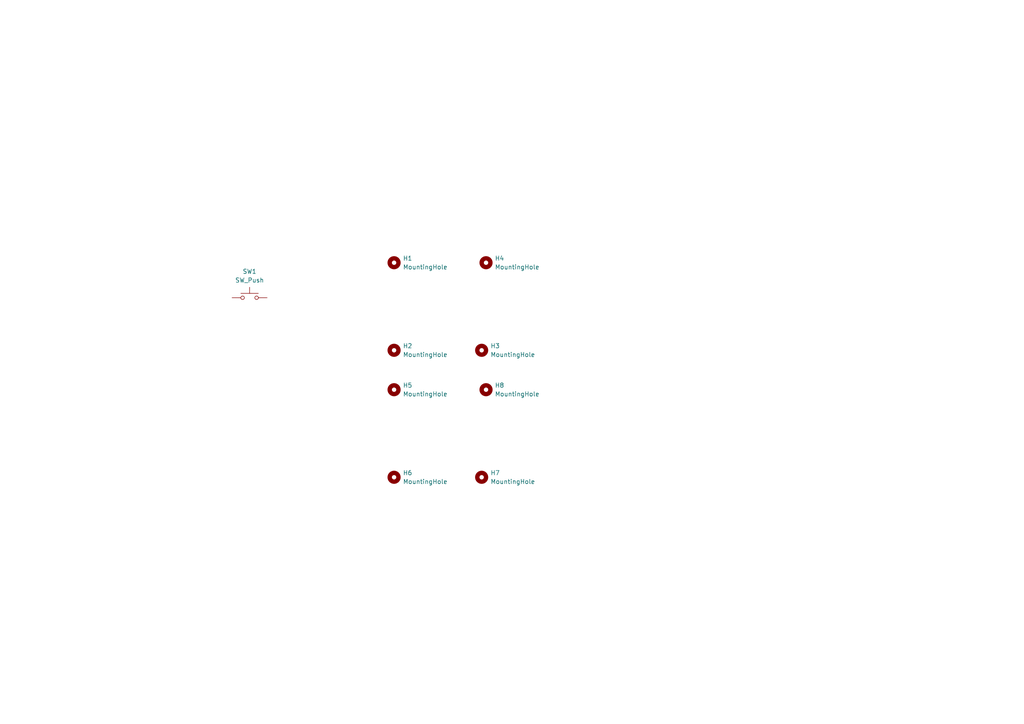
<source format=kicad_sch>
(kicad_sch (version 20211123) (generator eeschema)
  (paper "A4")
  (lib_symbols
    (symbol "Mechanical:MountingHole" (pin_names (offset 1.016))
      (property "Reference" "H" (at 0 5.08 0))
      (property "Value" "MountingHole" (at 0 3.175 0))
      (symbol "MountingHole_0_1"
        (circle (center 0 0) (radius 1.27) (stroke (width 1.27)))
      )
    )
    (symbol "Switch:SW_Push" (pin_numbers hide) (pin_names (offset 1.016) hide)
      (property "Reference" "SW" (at 1.27 2.54 0))
      (property "Value" "SW_Push" (at 0 -1.524 0))
      (symbol "SW_Push_0_1"
        (circle (center -2.032 0) (radius 0.508))
        (polyline (pts (xy 0 1.27) (xy 0 3.048)))
        (polyline (pts (xy 2.54 1.27) (xy -2.54 1.27)))
        (circle (center 2.032 0) (radius 0.508))
        (pin passive line (at -5.08 0 0) (length 2.54) (name "1") (number "1"))
        (pin passive line (at 5.08 0 180) (length 2.54) (name "2") (number "2"))
      )
    )
  )
  (symbol (lib_id "Mechanical:MountingHole") (at 114.3 101.6 0) (unit 1)
    (property "Reference" "H2" (at 116.84 100.3299 0) (effects (justify left)))
    (property "Value" "MountingHole" (at 116.84 102.8699 0) (effects (justify left)))
    (property "Footprint" "MountingHole:MountingHole_2.2mm_M2" (effects hide))
  )
  (symbol (lib_id "Mechanical:MountingHole") (at 114.3 138.43 0) (unit 1)
    (property "Reference" "H6" (at 116.84 137.1599 0) (effects (justify left)))
    (property "Value" "MountingHole" (at 116.84 139.6999 0) (effects (justify left)))
    (property "Footprint" "MountingHole:MountingHole_2.2mm_M2" (effects hide))
  )
  (symbol (lib_id "Mechanical:MountingHole") (at 140.97 113.03 0) (unit 1)
    (property "Reference" "H8" (at 143.51 111.7599 0) (effects (justify left)))
    (property "Value" "MountingHole" (at 143.51 114.2999 0) (effects (justify left)))
    (property "Footprint" "MountingHole:MountingHole_2.2mm_M2" (effects hide))
  )
  (symbol (lib_id "Mechanical:MountingHole") (at 140.97 76.2 0) (unit 1)
    (property "Reference" "H4" (at 143.51 74.9299 0) (effects (justify left)))
    (property "Value" "MountingHole" (at 143.51 77.4699 0) (effects (justify left)))
    (property "Footprint" "MountingHole:MountingHole_2.2mm_M2" (effects hide))
  )
  (symbol (lib_id "Mechanical:MountingHole") (at 139.7 138.43 0) (unit 1)
    (property "Reference" "H7" (at 142.24 137.1599 0) (effects (justify left)))
    (property "Value" "MountingHole" (at 142.24 139.6999 0) (effects (justify left)))
    (property "Footprint" "MountingHole:MountingHole_2.2mm_M2" (effects hide))
  )
  (symbol (lib_id "Mechanical:MountingHole") (at 114.3 113.03 0) (unit 1)
    (property "Reference" "H5" (at 116.84 111.7599 0) (effects (justify left)))
    (property "Value" "MountingHole" (at 116.84 114.2999 0) (effects (justify left)))
    (property "Footprint" "MountingHole:MountingHole_2.2mm_M2" (effects hide))
  )
  (symbol (lib_id "Mechanical:MountingHole") (at 139.7 101.6 0) (unit 1)
    (property "Reference" "H3" (at 142.24 100.3299 0) (effects (justify left)))
    (property "Value" "MountingHole" (at 142.24 102.8699 0) (effects (justify left)))
    (property "Footprint" "MountingHole:MountingHole_2.2mm_M2" (effects hide))
  )
  (symbol (lib_id "Switch:SW_Push") (at 72.39 86.36 0) (unit 1)
    (property "Reference" "SW1" (at 72.39 78.74 0))
    (property "Value" "SW_Push" (at 72.39 81.28 0))
    (property "Footprint" "Switch_Keyboard_Hotswap_Kailh_mine:SW_Hotswap_Kailh_Choc_V2_2.00u_90deg_Gateron_LP_Stabs" (effects hide))
  )
  (symbol (lib_id "Mechanical:MountingHole") (at 114.3 76.2 0) (unit 1)
    (property "Reference" "H1" (at 116.84 74.9299 0) (effects (justify left)))
    (property "Value" "MountingHole" (at 116.84 77.4699 0) (effects (justify left)))
    (property "Footprint" "MountingHole:MountingHole_2.2mm_M2" (effects hide))
  )
)
</source>
